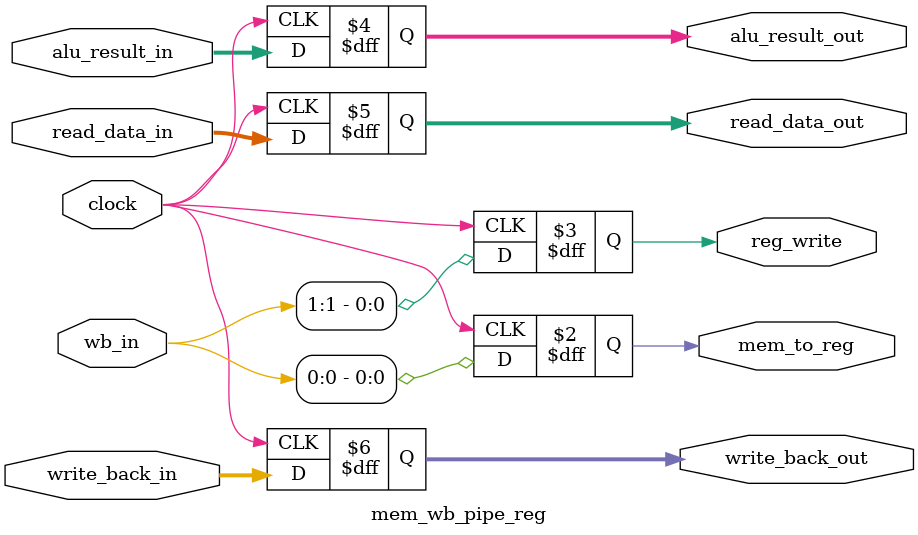
<source format=v>
module mem_wb_pipe_reg(clock, wb_in, mem_to_reg, reg_write, read_data_in, read_data_out, alu_result_in, alu_result_out, write_back_in, write_back_out);

input clock;
input [1:0] wb_in;
output reg mem_to_reg, reg_write;
input [31:0] alu_result_in, read_data_in;
output reg [31:0] alu_result_out, read_data_out;
input [4:0] write_back_in;
output reg [4:0] write_back_out;

always @(posedge clock)
begin
	mem_to_reg = wb_in[0:0];
	reg_write = wb_in[1:1];
	alu_result_out = alu_result_in;
	read_data_out = read_data_in;
	write_back_out = write_back_in;
end
endmodule

</source>
